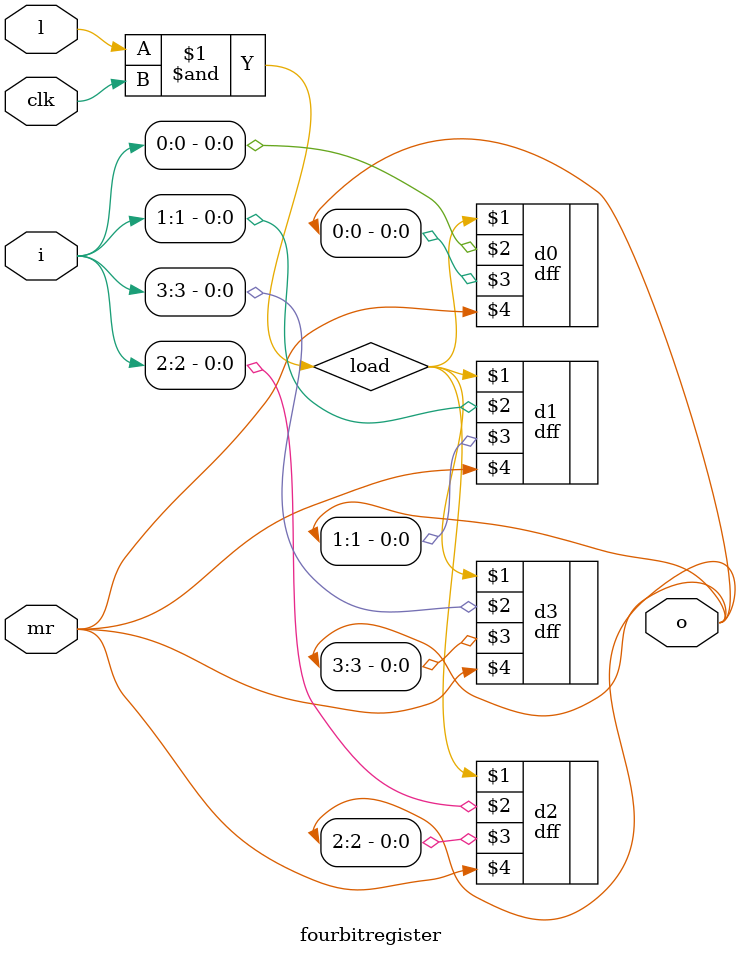
<source format=v>
`timescale 1ns / 1ps

module fourbitregister(i,clk,l,o,mr);
input [3:0] i; output [3:0] o;
input clk,l,mr;

wire load;
and a0(load,l,clk);

dff d0(load,i[0],o[0],mr);
dff d1(load,i[1],o[1],mr);
dff d2(load,i[2],o[2],mr);
dff d3(load,i[3],o[3],mr);

endmodule

</source>
